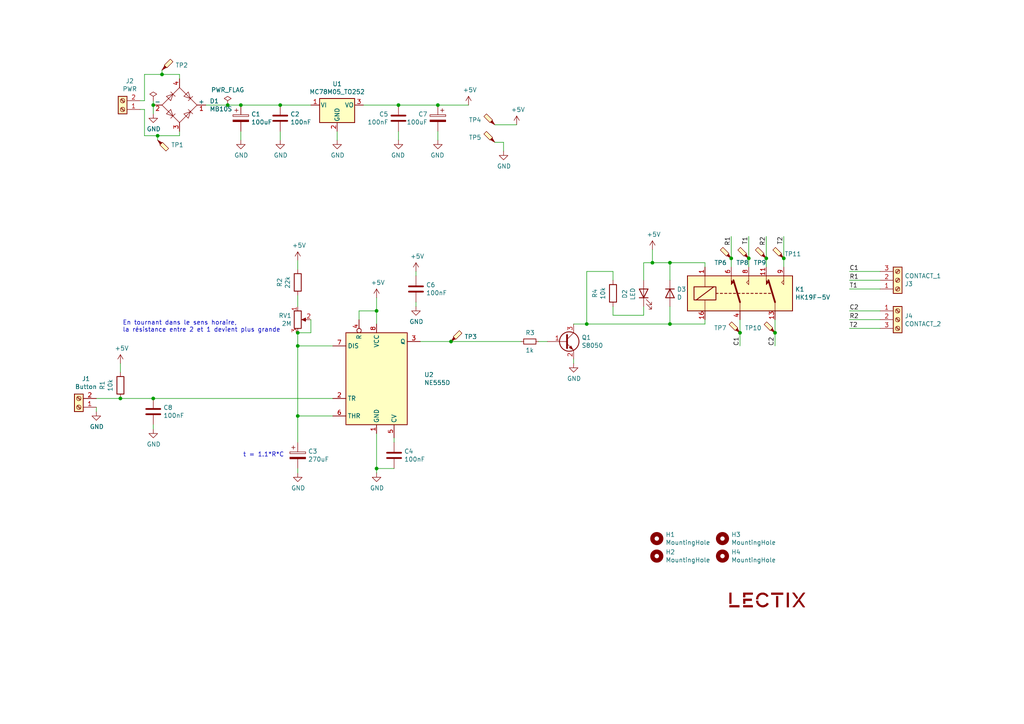
<source format=kicad_sch>
(kicad_sch (version 20211123) (generator eeschema)
  (paper "A4")
  (title_block (title " LEC011102-Relais-Temporise-10min") (date "2023-03-26") (rev "1.0") (company "LECTIX") (comment 1 "CERN-OHL-S-2.0 license"))
  (lib_symbols
    (symbol "0_connectors:Screw_Terminal_01x02_blue" (pin_names (offset 1.016) hide)
      (property "Reference" "J" (at 0 2.54 0))
      (symbol "Screw_Terminal_01x02_blue_1_1"
        (rectangle (start -1.27 1.27) (end 1.27 -3.81) (stroke (width 0.254)) (fill (type background)))
        (circle (center 0 -2.54) (radius 0.635) (stroke (width 0.1524)))
        (polyline (pts (xy -0.5334 -2.2098) (xy 0.3302 -3.048)) (stroke (width 0.1524)))
        (polyline (pts (xy -0.5334 0.3302) (xy 0.3302 -0.508)) (stroke (width 0.1524)))
        (polyline (pts (xy -0.3556 -2.032) (xy 0.508 -2.8702)) (stroke (width 0.1524)))
        (polyline (pts (xy -0.3556 0.508) (xy 0.508 -0.3302)) (stroke (width 0.1524)))
        (circle (center 0 0) (radius 0.635) (stroke (width 0.1524)))
        (pin passive line (at -5.08 0 0) (length 3.81) (name "Pin_1") (number "1"))
        (pin passive line (at -5.08 -2.54 0) (length 3.81) (name "Pin_2") (number "2"))
      )
    )
    (symbol "0_connectors:Screw_Terminal_01x02_green" (pin_names (offset 1.016) hide)
      (property "Reference" "J" (at 0 2.54 0))
      (symbol "Screw_Terminal_01x02_green_1_1"
        (rectangle (start -1.27 1.27) (end 1.27 -3.81) (stroke (width 0.254)) (fill (type background)))
        (circle (center 0 -2.54) (radius 0.635) (stroke (width 0.1524)))
        (polyline (pts (xy -0.5334 -2.2098) (xy 0.3302 -3.048)) (stroke (width 0.1524)))
        (polyline (pts (xy -0.5334 0.3302) (xy 0.3302 -0.508)) (stroke (width 0.1524)))
        (polyline (pts (xy -0.3556 -2.032) (xy 0.508 -2.8702)) (stroke (width 0.1524)))
        (polyline (pts (xy -0.3556 0.508) (xy 0.508 -0.3302)) (stroke (width 0.1524)))
        (circle (center 0 0) (radius 0.635) (stroke (width 0.1524)))
        (pin passive line (at -5.08 0 0) (length 3.81) (name "Pin_1") (number "1"))
        (pin passive line (at -5.08 -2.54 0) (length 3.81) (name "Pin_2") (number "2"))
      )
    )
    (symbol "0_connectors:Screw_Terminal_01x03_blue" (pin_names (offset 1.016) hide)
      (property "Reference" "J" (at 0 5.08 0))
      (symbol "Screw_Terminal_01x03_blue_1_1"
        (rectangle (start -1.27 3.81) (end 1.27 -3.81) (stroke (width 0.254)) (fill (type background)))
        (circle (center 0 -2.54) (radius 0.635) (stroke (width 0.1524)))
        (polyline (pts (xy -0.5334 -2.2098) (xy 0.3302 -3.048)) (stroke (width 0.1524)))
        (polyline (pts (xy -0.5334 0.3302) (xy 0.3302 -0.508)) (stroke (width 0.1524)))
        (polyline (pts (xy -0.5334 2.8702) (xy 0.3302 2.032)) (stroke (width 0.1524)))
        (polyline (pts (xy -0.3556 -2.032) (xy 0.508 -2.8702)) (stroke (width 0.1524)))
        (polyline (pts (xy -0.3556 0.508) (xy 0.508 -0.3302)) (stroke (width 0.1524)))
        (polyline (pts (xy -0.3556 3.048) (xy 0.508 2.2098)) (stroke (width 0.1524)))
        (circle (center 0 0) (radius 0.635) (stroke (width 0.1524)))
        (circle (center 0 2.54) (radius 0.635) (stroke (width 0.1524)))
        (pin passive line (at -5.08 2.54 0) (length 3.81) (name "Pin_1") (number "1"))
        (pin passive line (at -5.08 0 0) (length 3.81) (name "Pin_2") (number "2"))
        (pin passive line (at -5.08 -2.54 0) (length 3.81) (name "Pin_3") (number "3"))
      )
    )
    (symbol "0_diode_bridge:MB10S" (pin_names (offset 0))
      (property "Reference" "D" (at 2.54 6.985 0))
      (property "Value" "MB10S" (at 2.54 5.08 0))
      (property "JLCPCB_CORRECTION" "0;0;90" (at 0 0 0))
      (symbol "MB10S_0_1"
        (polyline (pts (xy -2.54 3.81) (xy -1.27 2.54)))
        (polyline (pts (xy -1.27 -2.54) (xy -2.54 -3.81)))
        (polyline (pts (xy 2.54 -1.27) (xy 3.81 -2.54)))
        (polyline (pts (xy 2.54 1.27) (xy 3.81 2.54)))
        (polyline (pts (xy -3.81 2.54) (xy -2.54 1.27) (xy -1.905 3.175) (xy -3.81 2.54)))
        (polyline (pts (xy -2.54 -1.27) (xy -3.81 -2.54) (xy -1.905 -3.175) (xy -2.54 -1.27)))
        (polyline (pts (xy 1.27 2.54) (xy 2.54 3.81) (xy 3.175 1.905) (xy 1.27 2.54)))
        (polyline (pts (xy 3.175 -1.905) (xy 1.27 -2.54) (xy 2.54 -3.81) (xy 3.175 -1.905)))
        (polyline (pts (xy -5.08 0) (xy 0 -5.08) (xy 5.08 0) (xy 0 5.08) (xy -5.08 0)))
      )
      (symbol "MB10S_1_1"
        (pin passive line (at 7.62 0 180) (length 2.54) (name "+") (number "1"))
        (pin passive line (at -7.62 0 0) (length 2.54) (name "-") (number "2"))
        (pin passive line (at 0 -7.62 90) (length 2.54) (name "~") (number "3"))
        (pin passive line (at 0 7.62 270) (length 2.54) (name "~") (number "4"))
      )
    )
    (symbol "0_ic:NE555D"
      (property "Reference" "U" (at -8.89 -15.24 0))
      (property "Value" "NE555D" (at -3.81 0 0))
      (symbol "NE555D_0_0"
        (pin power_in line (at 0 -16.51 90) (length 2.54) (name "GND") (number "1"))
        (pin power_in line (at 0 15.24 270) (length 2.54) (name "VCC") (number "8"))
      )
      (symbol "NE555D_0_1"
        (rectangle (start -8.89 -13.97) (end 8.89 12.7) (stroke (width 0.254)) (fill (type background)))
      )
      (symbol "NE555D_1_1"
        (pin input line (at -12.7 -6.35 0) (length 3.81) (name "TR") (number "2"))
        (pin output line (at 12.7 10.16 180) (length 3.81) (name "Q") (number "3"))
        (pin input inverted (at -5.08 16.51 270) (length 3.81) (name "R") (number "4"))
        (pin input line (at 5.08 -17.78 90) (length 3.81) (name "CV") (number "5"))
        (pin input line (at -12.7 -11.43 0) (length 3.81) (name "THR") (number "6"))
        (pin input line (at -12.7 8.89 0) (length 3.81) (name "DIS") (number "7"))
      )
    )
    (symbol "0_logos:logo_lectix_25mm" (pin_names (offset 1.016))
      (symbol "logo_lectix_25mm_0_0"
        (polyline (pts (xy -10.1092 2.0574) (xy -10.668 2.0574) (xy -10.668 -1.1176) (xy -10.1092 -1.1176) (xy -10.1092 2.0574)) (stroke (width 0.0254)) (fill (type outline)))
        (polyline (pts (xy -7.7978 -1.5748) (xy -10.668 -1.5748) (xy -10.668 -2.1336) (xy -7.7978 -2.1336) (xy -7.7978 -1.5748)) (stroke (width 0.0254)) (fill (type outline)))
        (polyline (pts (xy -3.937 -1.5748) (xy -6.6548 -1.5748) (xy -6.6548 -2.1336) (xy -3.937 -2.1336) (xy -3.937 -1.5748)) (stroke (width 0.0254)) (fill (type outline)))
        (polyline (pts (xy 3.429 1.0922) (xy 2.8702 1.0922) (xy 2.8702 -2.1082) (xy 3.429 -2.1082) (xy 3.429 1.0922)) (stroke (width 0.0254)) (fill (type outline)))
        (polyline (pts (xy 4.8768 2.0828) (xy 1.4478 2.0828) (xy 1.4478 1.524) (xy 4.8768 1.524) (xy 4.8768 2.0828)) (stroke (width 0.0254)) (fill (type outline)))
        (polyline (pts (xy 6.5278 2.0828) (xy 5.9944 2.0828) (xy 5.9944 -2.1082) (xy 6.5278 -2.1082) (xy 6.5278 2.0828)) (stroke (width 0.0254)) (fill (type outline)))
        (polyline (pts (xy -6.1214 -0.254) (xy -4.2164 -0.254) (xy -4.2164 0.3048) (xy -6.6548 0.3048) (xy -6.6548 -1.1176) (xy -6.1214 -1.1176) (xy -6.1214 -0.254)) (stroke (width 0.0254)) (fill (type outline)))
        (polyline (pts (xy -6.1214 1.5494) (xy -3.937 1.5494) (xy -3.937 2.0828) (xy -6.6802 2.0828) (xy -6.6802 0.762) (xy -6.1214 0.762) (xy -6.1214 1.5494)) (stroke (width 0.0254)) (fill (type outline)))
        (polyline (pts (xy 8.9916 0.381) (xy 9.017 0.4318) (xy 9.0424 0.4572) (xy 9.0678 0.508) (xy 9.0932 0.5334) (xy 9.1186 0.5842) (xy 9.144 0.6096) (xy 9.144 0.635) (xy 9.1694 0.635) (xy 9.1694 0.6604) (xy 9.1186 0.7112) (xy 9.0678 0.8128) (xy 9.017 0.8636) (xy 8.9916 0.9144) (xy 8.9408 0.9906) (xy 8.89 1.0414) (xy 8.8392 1.1176) (xy 8.763 1.1938) (xy 8.7122 1.2954) (xy 8.6614 1.3716) (xy 8.128 2.0828) (xy 7.5692 2.0828) (xy 7.5692 2.0574) (xy 7.5946 2.0574) (xy 7.5946 2.032) (xy 7.6454 1.9812) (xy 7.6708 1.9304) (xy 7.7216 1.8796) (xy 7.747 1.8034) (xy 7.7978 1.7526) (xy 7.8994 1.6002) (xy 7.9756 1.524) (xy 8.0264 1.4478) (xy 8.1026 1.3462) (xy 8.1534 1.2446) (xy 8.2296 1.1684) (xy 8.255 1.1176) (xy 8.3312 1.0414) (xy 8.382 0.9398) (xy 8.4582 0.8636) (xy 8.509 0.762) (xy 8.5598 0.6858) (xy 8.6868 0.5588) (xy 8.7122 0.4826) (xy 8.763 0.4318) (xy 8.7884 0.381) (xy 8.8392 0.3556) (xy 8.8646 0.3048) (xy 8.8646 0.2794) (xy 8.89 0.2794) (xy 8.9916 0.381)) (stroke (width 0.0254)) (fill (type outline)))
        (polyline (pts (xy -2.3622 0.2794) (xy -2.3368 0.381) (xy -2.3368 0.508) (xy -2.3114 0.6096) (xy -2.286 0.6858) (xy -2.2352 0.8128) (xy -2.1844 0.9144) (xy -2.032 1.1176) (xy -1.9304 1.1938) (xy -1.8542 1.2954) (xy -1.7526 1.3462) (xy -1.6256 1.4224) (xy -1.524 1.4732) (xy -1.397 1.524) (xy -1.27 1.5494) (xy -0.8636 1.5494) (xy -0.762 1.524) (xy -0.635 1.4986) (xy -0.5334 1.4478) (xy -0.4064 1.397) (xy -0.3048 1.3462) (xy -0.2032 1.27) (xy -0.0508 1.1176) (xy 0.0508 0.9652) (xy 0.1016 0.9144) (xy 0.1016 0.889) (xy 0.127 0.8636) (xy 0.1778 0.8636) (xy 0.2286 0.9144) (xy 0.2794 0.9398) (xy 0.3048 0.9652) (xy 0.4064 1.016) (xy 0.4318 1.0414) (xy 0.4826 1.0668) (xy 0.5334 1.1176) (xy 0.5588 1.1176) (xy 0.5842 1.143) (xy 0.5842 1.1684) (xy 0.5588 1.1938) (xy 0.5588 1.2192) (xy 0.5334 1.2192) (xy 0.4572 1.3462) (xy 0.3556 1.4478) (xy 0.254 1.5748) (xy 0.1524 1.6764) (xy -0.2286 1.905) (xy -0.5334 2.0066) (xy -0.6604 2.0574) (xy -0.8128 2.0828) (xy -1.27 2.0828) (xy -1.3208 2.0574) (xy -1.4478 2.032) (xy -1.6002 2.0066) (xy -1.7272 1.9558) (xy -1.8034 1.9304) (xy -1.9558 1.8542) (xy -2.0828 1.778) (xy -2.1844 1.7018) (xy -2.3114 1.6002) (xy -2.413 1.4986) (xy -2.5146 1.3716) (xy -2.5908 1.27) (xy -2.7432 1.016) (xy -2.794 0.8636) (xy -2.8448 0.7366) (xy -2.8702 0.5842) (xy -2.8956 0.4572) (xy -2.8956 0.3048) (xy -2.921 0.1778) (xy -2.3622 0.1778) (xy -2.3622 0.2794)) (stroke (width 0.0254)) (fill (type outline)))
        (polyline (pts (xy -0.8636 -2.1082) (xy -0.6604 -2.1082) (xy -0.6096 -2.0828) (xy -0.4826 -2.0574) (xy -0.1778 -1.9558) (xy 0.0762 -1.8034) (xy 0.2032 -1.7018) (xy 0.3048 -1.6002) (xy 0.4318 -1.4986) (xy 0.5334 -1.3716) (xy 0.6096 -1.2446) (xy 0.635 -1.1938) (xy 0.6858 -1.143) (xy 0.6604 -1.1176) (xy 0.635 -1.1176) (xy 0.6096 -1.0922) (xy 0.5842 -1.0922) (xy 0.5588 -1.0668) (xy 0.3556 -0.9652) (xy 0.3302 -0.9398) (xy 0.2794 -0.9398) (xy 0.254 -0.9144) (xy 0.2032 -0.889) (xy 0.1778 -0.889) (xy 0.1778 -0.8636) (xy 0.1524 -0.889) (xy 0.1524 -0.9144) (xy 0.127 -0.9652) (xy -0.0254 -1.1684) (xy -0.3302 -1.397) (xy -0.4318 -1.4478) (xy -0.6858 -1.5494) (xy -0.7874 -1.5748) (xy -0.8382 -1.5748) (xy -0.9144 -1.6002) (xy -1.1684 -1.6002) (xy -1.27 -1.5748) (xy -1.397 -1.5494) (xy -1.651 -1.4478) (xy -1.7526 -1.3716) (xy -1.8542 -1.3208) (xy -1.8542 -1.2954) (xy -1.9558 -1.2192) (xy -2.0574 -1.1176) (xy -2.1336 -1.016) (xy -2.1844 -0.9144) (xy -2.2606 -0.8128) (xy -2.286 -0.6858) (xy -2.3368 -0.5588) (xy -2.3622 -0.4572) (xy -2.3622 -0.254) (xy -2.921 -0.254) (xy -2.921 -0.4318) (xy -2.8956 -0.4572) (xy -2.8956 -0.6096) (xy -2.8448 -0.762) (xy -2.794 -0.889) (xy -2.7432 -1.0414) (xy -2.5908 -1.2954) (xy -2.3876 -1.5494) (xy -2.3368 -1.5748) (xy -2.286 -1.651) (xy -2.2098 -1.7018) (xy -2.159 -1.7526) (xy -2.0828 -1.8034) (xy -2.0574 -1.8034) (xy -1.8034 -1.9558) (xy -1.651 -2.0066) (xy -1.524 -2.0574) (xy -1.3716 -2.0828) (xy -1.2446 -2.1082) (xy -1.1938 -2.1082) (xy -1.1684 -2.1336) (xy -0.9144 -2.1336) (xy -0.8636 -2.1082)) (stroke (width 0.0254)) (fill (type outline)))
        (polyline (pts (xy 11.2014 -2.0574) (xy 11.1506 -2.0066) (xy 11.1252 -1.9558) (xy 11.0236 -1.8542) (xy 10.8204 -1.5494) (xy 10.7442 -1.4478) (xy 10.6934 -1.3716) (xy 10.4648 -1.0668) (xy 10.4394 -1.016) (xy 10.287 -0.8128) (xy 10.2362 -0.7366) (xy 10.16 -0.635) (xy 10.1092 -0.5588) (xy 10.033 -0.4826) (xy 9.8806 -0.254) (xy 9.8552 -0.2032) (xy 9.8044 -0.1524) (xy 9.779 -0.1016) (xy 9.7536 -0.0762) (xy 9.7536 -0.0508) (xy 9.7282 -0.0508) (xy 9.7282 -0.0254) (xy 9.779 0.0254) (xy 9.8044 0.0762) (xy 9.8298 0.1016) (xy 9.8806 0.1778) (xy 9.906 0.2286) (xy 9.9568 0.3048) (xy 10.033 0.381) (xy 10.1346 0.5334) (xy 10.2108 0.6096) (xy 10.2616 0.7112) (xy 10.4902 1.016) (xy 11.2522 2.0574) (xy 10.668 2.0574) (xy 10.668 2.032) (xy 10.6426 2.0066) (xy 10.5918 1.905) (xy 10.4902 1.8034) (xy 10.3886 1.651) (xy 10.3124 1.5748) (xy 10.2616 1.4732) (xy 10.033 1.1684) (xy 9.9314 1.0414) (xy 9.8552 0.9398) (xy 9.7536 0.8128) (xy 9.6774 0.6858) (xy 9.5758 0.5334) (xy 9.4742 0.4064) (xy 9.3726 0.254) (xy 9.271 0.127) (xy 9.1694 -0.0254) (xy 7.6454 -2.0828) (xy 8.2296 -2.0828) (xy 8.255 -2.0574) (xy 8.255 -2.032) (xy 8.3058 -1.9812) (xy 8.3312 -1.9304) (xy 8.382 -1.8796) (xy 8.4074 -1.8288) (xy 8.5598 -1.6002) (xy 8.636 -1.524) (xy 8.6868 -1.4478) (xy 8.763 -1.3462) (xy 8.8392 -1.27) (xy 8.89 -1.1938) (xy 8.9408 -1.0922) (xy 9.017 -1.016) (xy 9.2202 -0.7112) (xy 9.3218 -0.6096) (xy 9.3726 -0.508) (xy 9.4234 -0.4572) (xy 9.4234 -0.4318) (xy 9.4488 -0.4318) (xy 9.4488 -0.4572) (xy 9.525 -0.5334) (xy 9.5504 -0.5842) (xy 9.6012 -0.635) (xy 9.6266 -0.7112) (xy 9.6774 -0.762) (xy 9.779 -0.9144) (xy 9.8552 -0.9906) (xy 9.906 -1.0922) (xy 9.9822 -1.1684) (xy 10.033 -1.27) (xy 10.6426 -2.1082) (xy 11.2014 -2.1082) (xy 11.2014 -2.0574)) (stroke (width 0.0254)) (fill (type outline)))
      )
    )
    (symbol "0_potentiometer:pot_tht_precision_2M" (pin_names (offset 1.016) hide)
      (property "Reference" "RV" (at -4.445 0 90))
      (property "Value" "pot_tht_precision_2M" (at -2.54 0 90))
      (symbol "pot_tht_precision_2M_0_1"
        (polyline (pts (xy 2.54 0) (xy 1.524 0)))
        (polyline (pts (xy 1.143 0) (xy 2.286 0.508) (xy 2.286 -0.508) (xy 1.143 0)) (fill (type outline)))
        (rectangle (start 1.016 2.54) (end -1.016 -2.54) (stroke (width 0.254)))
      )
      (symbol "pot_tht_precision_2M_1_1"
        (pin passive line (at 0 3.81 270) (length 1.27) (name "1") (number "1"))
        (pin passive line (at 3.81 0 180) (length 1.27) (name "2") (number "2"))
        (pin passive line (at 0 -3.81 90) (length 1.27) (name "3") (number "3"))
      )
    )
    (symbol "0_relays:HK19F-5V" (pin_names (offset 1.016))
      (property "Reference" "K" (at 16.51 3.81 0))
      (property "Value" "0_relays_HK19F-5V" (at 16.51 1.27 0))
      (symbol "HK19F-5V_0_1"
        (rectangle (start -15.24 5.08) (end 15.24 -5.08) (stroke (width 0.254)) (fill (type background)))
        (rectangle (start -13.335 1.905) (end -6.985 -1.905) (stroke (width 0.254)))
        (polyline (pts (xy -12.7 -1.905) (xy -7.62 1.905)) (stroke (width 0.254)))
        (polyline (pts (xy -10.16 -5.08) (xy -10.16 -1.905)))
        (polyline (pts (xy -10.16 5.08) (xy -10.16 1.905)))
        (polyline (pts (xy -6.985 0) (xy -6.35 0)) (stroke (width 0.254)))
        (polyline (pts (xy -5.715 0) (xy -5.08 0)) (stroke (width 0.254)))
        (polyline (pts (xy -4.445 0) (xy -3.81 0)) (stroke (width 0.254)))
        (polyline (pts (xy -3.175 0) (xy -2.54 0)) (stroke (width 0.254)))
        (polyline (pts (xy -2.54 2.54) (xy -2.54 5.08)))
        (polyline (pts (xy -1.905 0) (xy -1.27 0)) (stroke (width 0.254)))
        (polyline (pts (xy -0.635 0) (xy 0 0)) (stroke (width 0.254)))
        (polyline (pts (xy 0 -2.54) (xy -1.905 3.81)) (stroke (width 0.508)))
        (polyline (pts (xy 0 -2.54) (xy 0 -5.08)))
        (polyline (pts (xy 0.635 0) (xy 1.27 0)) (stroke (width 0.254)))
        (polyline (pts (xy 1.905 0) (xy 2.54 0)) (stroke (width 0.254)))
        (polyline (pts (xy 2.54 2.54) (xy 2.54 5.08)))
        (polyline (pts (xy 3.175 0) (xy 3.81 0)) (stroke (width 0.254)))
        (polyline (pts (xy 4.445 0) (xy 5.08 0)) (stroke (width 0.254)))
        (polyline (pts (xy 5.715 0) (xy 6.35 0)) (stroke (width 0.254)))
        (polyline (pts (xy 6.985 0) (xy 7.62 0)) (stroke (width 0.254)))
        (polyline (pts (xy 7.62 2.54) (xy 7.62 5.08)))
        (polyline (pts (xy 8.255 0) (xy 8.89 0)) (stroke (width 0.254)))
        (polyline (pts (xy 10.16 -2.54) (xy 8.255 3.81)) (stroke (width 0.508)))
        (polyline (pts (xy 10.16 -2.54) (xy 10.16 -5.08)))
        (polyline (pts (xy 12.7 2.54) (xy 12.7 5.08)))
        (polyline (pts (xy -2.54 2.54) (xy -1.905 3.175) (xy -2.54 3.81)) (fill (type outline)))
        (polyline (pts (xy 2.54 2.54) (xy 1.905 3.175) (xy 2.54 3.81)))
        (polyline (pts (xy 7.62 2.54) (xy 8.255 3.175) (xy 7.62 3.81)) (fill (type outline)))
        (polyline (pts (xy 12.7 2.54) (xy 12.065 3.175) (xy 12.7 3.81)))
      )
      (symbol "HK19F-5V_1_1"
        (pin passive line (at -10.16 7.62 270) (length 2.54) (name "~") (number "1"))
        (pin passive line (at 7.62 7.62 270) (length 2.54) (name "~") (number "11"))
        (pin passive line (at 10.16 -7.62 90) (length 2.54) (name "~") (number "13"))
        (pin passive line (at -10.16 -7.62 90) (length 2.54) (name "~") (number "16"))
        (pin passive line (at 0 -7.62 90) (length 2.54) (name "~") (number "4"))
        (pin passive line (at -2.54 7.62 270) (length 2.54) (name "~") (number "6"))
        (pin passive line (at 2.54 7.62 270) (length 2.54) (name "~") (number "8"))
        (pin passive line (at 12.7 7.62 270) (length 2.54) (name "~") (number "9"))
      )
    )
    (symbol "Connector:TestPoint_Probe" (pin_numbers hide) (pin_names (offset 0.762) hide)
      (property "Reference" "TP" (at 1.651 5.842 0))
      (property "Value" "TestPoint_Probe" (at 1.651 4.064 0))
      (symbol "TestPoint_Probe_0_1"
        (polyline (pts (xy 1.27 0.762) (xy 0 0) (xy 0.762 1.27) (xy 1.27 0.762)) (fill (type outline)))
        (polyline (pts (xy 1.397 0.635) (xy 0.635 1.397) (xy 2.413 3.175) (xy 3.175 2.413) (xy 1.397 0.635)) (fill (type background)))
      )
      (symbol "TestPoint_Probe_1_1"
        (pin passive line (at 0 0 90) (length 0) (name "1") (number "1"))
      )
    )
    (symbol "Device:C" (pin_numbers hide) (pin_names (offset 0.254))
      (property "Reference" "C" (at 0.635 2.54 0))
      (property "Value" "C" (at 0.635 -2.54 0))
      (symbol "C_0_1"
        (polyline (pts (xy -2.032 -0.762) (xy 2.032 -0.762)) (stroke (width 0.508)))
        (polyline (pts (xy -2.032 0.762) (xy 2.032 0.762)) (stroke (width 0.508)))
      )
      (symbol "C_1_1"
        (pin passive line (at 0 3.81 270) (length 2.794) (name "~") (number "1"))
        (pin passive line (at 0 -3.81 90) (length 2.794) (name "~") (number "2"))
      )
    )
    (symbol "Device:CP" (pin_numbers hide) (pin_names (offset 0.254))
      (property "Reference" "C" (at 0.635 2.54 0))
      (property "Value" "Device_CP" (at 0.635 -2.54 0))
      (symbol "CP_0_1"
        (rectangle (start -2.286 0.508) (end 2.286 1.016))
        (polyline (pts (xy -1.778 2.286) (xy -0.762 2.286)))
        (polyline (pts (xy -1.27 2.794) (xy -1.27 1.778)))
        (rectangle (start 2.286 -0.508) (end -2.286 -1.016) (fill (type outline)))
      )
      (symbol "CP_1_1"
        (pin passive line (at 0 3.81 270) (length 2.794) (name "~") (number "1"))
        (pin passive line (at 0 -3.81 90) (length 2.794) (name "~") (number "2"))
      )
    )
    (symbol "Device:D" (pin_numbers hide) (pin_names (offset 1.016) hide)
      (property "Reference" "D" (at 0 2.54 0))
      (property "Value" "D" (at 0 -2.54 0))
      (symbol "D_0_1"
        (polyline (pts (xy -1.27 1.27) (xy -1.27 -1.27)) (stroke (width 0.254)))
        (polyline (pts (xy 1.27 0) (xy -1.27 0)))
        (polyline (pts (xy 1.27 1.27) (xy 1.27 -1.27) (xy -1.27 0) (xy 1.27 1.27)) (stroke (width 0.254)))
      )
      (symbol "D_1_1"
        (pin passive line (at -3.81 0 0) (length 2.54) (name "K") (number "1"))
        (pin passive line (at 3.81 0 180) (length 2.54) (name "A") (number "2"))
      )
    )
    (symbol "Device:LED" (pin_numbers hide) (pin_names (offset 1.016) hide)
      (property "Reference" "D" (at 0 2.54 0))
      (property "Value" "LED" (at 0 -2.54 0))
      (symbol "LED_0_1"
        (polyline (pts (xy -1.27 -1.27) (xy -1.27 1.27)) (stroke (width 0.254)))
        (polyline (pts (xy -1.27 0) (xy 1.27 0)))
        (polyline (pts (xy 1.27 -1.27) (xy 1.27 1.27) (xy -1.27 0) (xy 1.27 -1.27)) (stroke (width 0.254)))
        (polyline (pts (xy -3.048 -0.762) (xy -4.572 -2.286) (xy -3.81 -2.286) (xy -4.572 -2.286) (xy -4.572 -1.524)))
        (polyline (pts (xy -1.778 -0.762) (xy -3.302 -2.286) (xy -2.54 -2.286) (xy -3.302 -2.286) (xy -3.302 -1.524)))
      )
      (symbol "LED_1_1"
        (pin passive line (at -3.81 0 0) (length 2.54) (name "K") (number "1"))
        (pin passive line (at 3.81 0 180) (length 2.54) (name "A") (number "2"))
      )
    )
    (symbol "Device:R" (pin_numbers hide) (pin_names (offset 0))
      (property "Reference" "R" (at 2.032 0 90))
      (property "Value" "R" (at 0 0 90))
      (symbol "R_0_1"
        (rectangle (start -1.016 -2.54) (end 1.016 2.54) (stroke (width 0.254)))
      )
      (symbol "R_1_1"
        (pin passive line (at 0 3.81 270) (length 1.27) (name "~") (number "1"))
        (pin passive line (at 0 -3.81 90) (length 1.27) (name "~") (number "2"))
      )
    )
    (symbol "Device:R_Small" (pin_numbers hide) (pin_names (offset 0.254) hide)
      (property "Reference" "R" (at 0.762 0.508 0))
      (property "Value" "R_Small" (at 0.762 -1.016 0))
      (symbol "R_Small_0_1"
        (rectangle (start -0.762 1.778) (end 0.762 -1.778) (stroke (width 0.2032)))
      )
      (symbol "R_Small_1_1"
        (pin passive line (at 0 2.54 270) (length 0.762) (name "~") (number "1"))
        (pin passive line (at 0 -2.54 90) (length 0.762) (name "~") (number "2"))
      )
    )
    (symbol "Mechanical:MountingHole" (pin_names (offset 1.016))
      (property "Reference" "H" (at 0 5.08 0))
      (property "Value" "MountingHole" (at 0 3.175 0))
      (symbol "MountingHole_0_1"
        (circle (center 0 0) (radius 1.27) (stroke (width 1.27)))
      )
    )
    (symbol "Regulator_Linear:MC78M05_TO252" (pin_names (offset 0.254))
      (property "Reference" "U" (at -3.81 3.175 0))
      (property "Value" "MC78M05_TO252" (at 0 3.175 0))
      (symbol "MC78M05_TO252_0_1"
        (rectangle (start -5.08 1.905) (end 5.08 -5.08) (stroke (width 0.254)) (fill (type background)))
      )
      (symbol "MC78M05_TO252_1_1"
        (pin power_in line (at -7.62 0 0) (length 2.54) (name "VI") (number "1"))
        (pin power_in line (at 0 -7.62 90) (length 2.54) (name "GND") (number "2"))
        (pin power_out line (at 7.62 0 180) (length 2.54) (name "VO") (number "3"))
      )
    )
    (symbol "Screw_Terminal_01x03_blue_1" (pin_names (offset 1.016) hide)
      (property "Reference" "J" (at 0 5.08 0))
      (symbol "Screw_Terminal_01x03_blue_1_1_1"
        (rectangle (start -1.27 3.81) (end 1.27 -3.81) (stroke (width 0.254)) (fill (type background)))
        (circle (center 0 -2.54) (radius 0.635) (stroke (width 0.1524)))
        (polyline (pts (xy -0.5334 -2.2098) (xy 0.3302 -3.048)) (stroke (width 0.1524)))
        (polyline (pts (xy -0.5334 0.3302) (xy 0.3302 -0.508)) (stroke (width 0.1524)))
        (polyline (pts (xy -0.5334 2.8702) (xy 0.3302 2.032)) (stroke (width 0.1524)))
        (polyline (pts (xy -0.3556 -2.032) (xy 0.508 -2.8702)) (stroke (width 0.1524)))
        (polyline (pts (xy -0.3556 0.508) (xy 0.508 -0.3302)) (stroke (width 0.1524)))
        (polyline (pts (xy -0.3556 3.048) (xy 0.508 2.2098)) (stroke (width 0.1524)))
        (circle (center 0 0) (radius 0.635) (stroke (width 0.1524)))
        (circle (center 0 2.54) (radius 0.635) (stroke (width 0.1524)))
        (pin passive line (at -5.08 2.54 0) (length 3.81) (name "Pin_1") (number "1"))
        (pin passive line (at -5.08 0 0) (length 3.81) (name "Pin_2") (number "2"))
        (pin passive line (at -5.08 -2.54 0) (length 3.81) (name "Pin_3") (number "3"))
      )
    )
    (symbol "Transistor_BJT:BC817" (pin_names (offset 0) hide)
      (property "Reference" "Q" (at 5.08 1.905 0))
      (property "Value" "BC817" (at 5.08 0 0))
      (symbol "BC817_0_1"
        (polyline (pts (xy 0.635 0.635) (xy 2.54 2.54)))
        (polyline (pts (xy 0.635 -0.635) (xy 2.54 -2.54) (xy 2.54 -2.54)))
        (polyline (pts (xy 0.635 1.905) (xy 0.635 -1.905) (xy 0.635 -1.905)) (stroke (width 0.508)))
        (polyline (pts (xy 1.27 -1.778) (xy 1.778 -1.27) (xy 2.286 -2.286) (xy 1.27 -1.778) (xy 1.27 -1.778)) (fill (type outline)))
        (circle (center 1.27 0) (radius 2.8194) (stroke (width 0.254)))
      )
      (symbol "BC817_1_1"
        (pin input line (at -5.08 0 0) (length 5.715) (name "B") (number "1"))
        (pin passive line (at 2.54 -5.08 90) (length 2.54) (name "E") (number "2"))
        (pin passive line (at 2.54 5.08 270) (length 2.54) (name "C") (number "3"))
      )
    )
    (symbol "power:+5V" (power) (pin_names (offset 0))
      (property "Value" "+5V" (at 0 3.556 0))
      (symbol "+5V_0_1"
        (polyline (pts (xy -0.762 1.27) (xy 0 2.54)))
        (polyline (pts (xy 0 0) (xy 0 2.54)))
        (polyline (pts (xy 0 2.54) (xy 0.762 1.27)))
      )
      (symbol "+5V_1_1"
        (pin power_in line (at 0 0 90) (length 0) hide (name "+5V") (number "1"))
      )
    )
    (symbol "power:GND" (power) (pin_names (offset 0))
      (property "Value" "GND" (at 0 -3.81 0))
      (symbol "GND_0_1"
        (polyline (pts (xy 0 0) (xy 0 -1.27) (xy 1.27 -1.27) (xy 0 -2.54) (xy -1.27 -1.27) (xy 0 -1.27)))
      )
      (symbol "GND_1_1"
        (pin power_in line (at 0 0 270) (length 0) hide (name "GND") (number "1"))
      )
    )
    (symbol "power:PWR_FLAG" (power) (pin_numbers hide) (pin_names (offset 0) hide)
      (property "Value" "PWR_FLAG" (at 0 3.81 0))
      (symbol "PWR_FLAG_0_0"
        (pin power_out line (at 0 0 90) (length 0) (name "pwr") (number "1"))
      )
      (symbol "PWR_FLAG_0_1"
        (polyline (pts (xy 0 0) (xy 0 1.27) (xy -1.016 1.905) (xy 0 2.54) (xy 1.016 1.905) (xy 0 1.27)))
      )
    )
  )
  (junction (at 212.09 74.93))
  (junction (at 86.36 96.52))
  (junction (at 214.63 96.52))
  (junction (at 46.99 21.59))
  (junction (at 194.31 93.98))
  (junction (at 115.57 30.48))
  (junction (at 69.85 30.48))
  (junction (at 86.36 120.65))
  (junction (at 86.36 100.33))
  (junction (at 227.33 74.93))
  (junction (at 44.45 30.48))
  (junction (at 34.925 115.57))
  (junction (at 109.22 90.17))
  (junction (at 224.79 96.52))
  (junction (at 189.23 76.2))
  (junction (at 109.22 135.89))
  (junction (at 170.18 93.98))
  (junction (at 45.72 39.37))
  (junction (at 81.28 30.48))
  (junction (at 194.31 76.2))
  (junction (at 66.04 30.48))
  (junction (at 44.45 115.57))
  (junction (at 130.81 99.06))
  (junction (at 222.25 74.93))
  (junction (at 217.17 74.93))
  (junction (at 127 30.48))
  (wire (pts (xy 255.27 90.17) (xy 246.38 90.17)))
  (wire (pts (xy 255.27 83.82) (xy 246.38 83.82)))
  (wire (pts (xy 86.36 100.33) (xy 96.52 100.33)))
  (wire (pts (xy 170.18 93.98) (xy 194.31 93.98)))
  (wire (pts (xy 34.925 107.95) (xy 34.925 105.41)))
  (wire (pts (xy 52.07 21.59) (xy 46.99 21.59)))
  (wire (pts (xy 45.72 39.37) (xy 52.07 39.37)))
  (wire (pts (xy 41.91 21.59) (xy 41.91 29.21)))
  (wire (pts (xy 40.64 31.75) (xy 41.91 31.75)))
  (wire (pts (xy 34.925 115.57) (xy 44.45 115.57)))
  (wire (pts (xy 86.36 100.33) (xy 86.36 120.65)))
  (wire (pts (xy 115.57 38.1) (xy 115.57 40.64)))
  (wire (pts (xy 170.18 78.74) (xy 170.18 93.98)))
  (wire (pts (xy 109.22 86.36) (xy 109.22 90.17)))
  (wire (pts (xy 189.23 76.2) (xy 186.69 76.2)))
  (wire (pts (xy 255.27 92.71) (xy 246.38 92.71)))
  (wire (pts (xy 177.8 91.44) (xy 177.8 88.9)))
  (wire (pts (xy 127 38.1) (xy 127 40.64)))
  (wire (pts (xy 109.22 135.89) (xy 109.22 125.73)))
  (wire (pts (xy 90.17 30.48) (xy 81.28 30.48)))
  (wire (pts (xy 166.37 104.14) (xy 166.37 105.41)))
  (wire (pts (xy 143.51 36.195) (xy 149.86 36.195)))
  (wire (pts (xy 194.31 81.28) (xy 194.31 76.2)))
  (wire (pts (xy 41.91 39.37) (xy 45.72 39.37)))
  (wire (pts (xy 105.41 30.48) (xy 115.57 30.48)))
  (wire (pts (xy 177.8 81.28) (xy 177.8 78.74)))
  (wire (pts (xy 86.36 96.52) (xy 90.17 96.52)))
  (wire (pts (xy 214.63 92.71) (xy 214.63 96.52)))
  (wire (pts (xy 69.85 30.48) (xy 66.04 30.48)))
  (wire (pts (xy 227.33 77.47) (xy 227.33 74.93)))
  (wire (pts (xy 224.79 96.52) (xy 224.79 100.33)))
  (wire (pts (xy 45.72 40.64) (xy 45.72 39.37)))
  (wire (pts (xy 81.28 30.48) (xy 69.85 30.48)))
  (wire (pts (xy 46.99 21.59) (xy 46.99 20.32)))
  (wire (pts (xy 222.25 74.93) (xy 222.25 68.58)))
  (wire (pts (xy 69.85 38.1) (xy 69.85 40.64)))
  (wire (pts (xy 120.65 78.74) (xy 120.65 80.01)))
  (wire (pts (xy 224.79 92.71) (xy 224.79 96.52)))
  (wire (pts (xy 86.36 88.9) (xy 86.36 85.725)))
  (wire (pts (xy 46.99 21.59) (xy 41.91 21.59)))
  (wire (pts (xy 194.31 76.2) (xy 189.23 76.2)))
  (wire (pts (xy 114.3 135.89) (xy 109.22 135.89)))
  (wire (pts (xy 104.14 92.71) (xy 104.14 90.17)))
  (wire (pts (xy 86.36 78.105) (xy 86.36 75.565)))
  (wire (pts (xy 44.45 115.57) (xy 96.52 115.57)))
  (wire (pts (xy 27.94 115.57) (xy 34.925 115.57)))
  (wire (pts (xy 86.36 120.65) (xy 96.52 120.65)))
  (wire (pts (xy 189.23 72.39) (xy 189.23 76.2)))
  (wire (pts (xy 217.17 74.93) (xy 217.17 68.58)))
  (wire (pts (xy 86.36 96.52) (xy 86.36 100.33)))
  (wire (pts (xy 86.36 128.27) (xy 86.36 120.65)))
  (wire (pts (xy 41.91 29.21) (xy 40.64 29.21)))
  (wire (pts (xy 212.09 74.93) (xy 212.09 68.58)))
  (wire (pts (xy 156.21 99.06) (xy 158.75 99.06)))
  (wire (pts (xy 204.47 76.2) (xy 194.31 76.2)))
  (wire (pts (xy 27.94 118.11) (xy 27.94 119.38)))
  (wire (pts (xy 44.45 123.19) (xy 44.45 124.46)))
  (wire (pts (xy 222.25 77.47) (xy 222.25 74.93)))
  (wire (pts (xy 109.22 135.89) (xy 109.22 137.16)))
  (wire (pts (xy 186.69 76.2) (xy 186.69 81.28)))
  (wire (pts (xy 44.45 30.48) (xy 44.45 33.02)))
  (wire (pts (xy 214.63 96.52) (xy 214.63 100.33)))
  (wire (pts (xy 52.07 22.86) (xy 52.07 21.59)))
  (wire (pts (xy 217.17 77.47) (xy 217.17 74.93)))
  (wire (pts (xy 204.47 93.98) (xy 204.47 92.71)))
  (wire (pts (xy 186.69 91.44) (xy 177.8 91.44)))
  (wire (pts (xy 146.05 43.815) (xy 146.05 41.275)))
  (wire (pts (xy 104.14 90.17) (xy 109.22 90.17)))
  (wire (pts (xy 255.27 95.25) (xy 246.38 95.25)))
  (wire (pts (xy 114.3 128.27) (xy 114.3 127)))
  (wire (pts (xy 52.07 39.37) (xy 52.07 38.1)))
  (wire (pts (xy 255.27 81.28) (xy 246.38 81.28)))
  (wire (pts (xy 227.33 74.93) (xy 227.33 68.58)))
  (wire (pts (xy 97.79 40.64) (xy 97.79 38.1)))
  (wire (pts (xy 186.69 88.9) (xy 186.69 91.44)))
  (wire (pts (xy 194.31 88.9) (xy 194.31 93.98)))
  (wire (pts (xy 177.8 78.74) (xy 170.18 78.74)))
  (wire (pts (xy 120.65 87.63) (xy 120.65 88.9)))
  (wire (pts (xy 109.22 90.17) (xy 109.22 93.98)))
  (wire (pts (xy 194.31 93.98) (xy 204.47 93.98)))
  (wire (pts (xy 66.04 30.48) (xy 59.69 30.48)))
  (wire (pts (xy 255.27 78.74) (xy 246.38 78.74)))
  (wire (pts (xy 81.28 38.1) (xy 81.28 40.64)))
  (wire (pts (xy 146.05 41.275) (xy 143.51 41.275)))
  (wire (pts (xy 130.81 99.06) (xy 151.13 99.06)))
  (wire (pts (xy 127 30.48) (xy 135.89 30.48)))
  (wire (pts (xy 115.57 30.48) (xy 127 30.48)))
  (wire (pts (xy 204.47 77.47) (xy 204.47 76.2)))
  (wire (pts (xy 86.36 135.89) (xy 86.36 137.16)))
  (wire (pts (xy 90.17 96.52) (xy 90.17 92.71)))
  (wire (pts (xy 212.09 77.47) (xy 212.09 74.93)))
  (wire (pts (xy 41.91 31.75) (xy 41.91 39.37)))
  (wire (pts (xy 121.92 99.06) (xy 130.81 99.06)))
  (wire (pts (xy 166.37 93.98) (xy 170.18 93.98)))
  (wire (pts (xy 44.45 29.21) (xy 44.45 30.48)))
  (text "t = 1.1*R*C" (at 70.485 132.715 0) (effects (font (size 1.27 1.27)) (justify left bottom)))
  (text "En tournant dans le sens horaire, \nla résistance entre 2 et 1 devient plus grande" (at 35.56 96.52 0) (effects (font (size 1.27 1.27)) (justify left bottom)))
  (label "R2" (at 222.25 68.58 270))
  (label "R2" (at 246.38 92.71 0))
  (label "C1" (at 214.63 100.33 90))
  (label "R1" (at 212.09 68.58 270))
  (label "T2" (at 246.38 95.25 0))
  (label "T1" (at 246.38 83.82 0))
  (label "T2" (at 227.33 68.58 270))
  (label "C2" (at 246.38 90.17 0))
  (label "C1" (at 246.38 78.74 0))
  (label "C2" (at 224.79 100.33 90))
  (label "R1" (at 246.38 81.28 0))
  (label "T1" (at 217.17 68.58 270))
  (symbol (lib_id "power:GND") (at 120.65 88.9 0) (unit 1)
    (property "Reference" "#PWR013" (effects hide))
    (property "Value" "GND" (at 120.777 93.2942 0))
  )
  (symbol (lib_id "Device:C") (at 120.65 83.82 0) (unit 1)
    (property "Reference" "C6" (at 123.571 82.6516 0) (effects (justify left)))
    (property "Value" "100nF" (at 123.571 84.963 0) (effects (justify left)))
    (property "Footprint" "Capacitor_SMD:C_0603_1608Metric" (effects hide))
    (property "LCSC" "C14663" (effects hide))
    (property "Supplier" "LCSC" (effects hide))
    (property "MPN" "CC0603KRX7R9BB104" (effects hide))
    (property "Mfr" "YAGEO" (effects hide))
  )
  (symbol (lib_id "Mechanical:MountingHole") (at 190.5 156.21 0) (unit 1)
    (property "Reference" "H1" (at 193.04 155.0416 0) (effects (justify left)))
    (property "Value" "MountingHole" (at 193.04 157.353 0) (effects (justify left)))
    (property "Footprint" "0_mechanical:MountingHole_3.2mm_M3" (effects hide))
    (property "MPN" "DNP" (effects hide))
    (property "Mfr" "DNP" (effects hide))
    (property "Supplier" "DNP" (effects hide))
  )
  (symbol (lib_id "Mechanical:MountingHole") (at 190.5 161.29 0) (unit 1)
    (property "Reference" "H2" (at 193.04 160.1216 0) (effects (justify left)))
    (property "Value" "MountingHole" (at 193.04 162.433 0) (effects (justify left)))
    (property "Footprint" "0_mechanical:MountingHole_3.2mm_M3" (effects hide))
    (property "MPN" "DNP" (effects hide))
    (property "Mfr" "DNP" (effects hide))
    (property "Supplier" "DNP" (effects hide))
  )
  (symbol (lib_id "Mechanical:MountingHole") (at 209.55 156.21 0) (unit 1)
    (property "Reference" "H3" (at 212.09 155.0416 0) (effects (justify left)))
    (property "Value" "MountingHole" (at 212.09 157.353 0) (effects (justify left)))
    (property "Footprint" "0_mechanical:MountingHole_3.2mm_M3" (effects hide))
    (property "MPN" "DNP" (effects hide))
    (property "Mfr" "DNP" (effects hide))
    (property "Supplier" "DNP" (effects hide))
  )
  (symbol (lib_id "0_logos:logo_lectix_25mm") (at 222.25 173.99 0) (unit 1) (in_bom no)
    (property "Reference" "LOGO1" (effects hide))
    (property "Value" "logo_lectix_25mm" (effects hide))
    (property "Footprint" "0_logos:Logo_10mm" (effects hide))
    (property "MPN" "DNP" (effects hide))
    (property "Mfr" "DNP" (effects hide))
    (property "Supplier" "DNP" (effects hide))
  )
  (symbol (lib_id "Connector:TestPoint_Probe") (at 46.99 20.32 0) (unit 1)
    (property "Reference" "TP2" (at 50.8762 18.923 0) (effects (justify left)))
    (property "Value" "TestPoint_Probe" (effects hide))
    (property "Footprint" "TestPoint:TestPoint_Pad_D1.5mm" (effects hide))
    (property "MPN" "DNP" (effects hide))
    (property "Mfr" "DNP" (effects hide))
    (property "Supplier" "DNP" (effects hide))
  )
  (symbol (lib_id "Connector:TestPoint_Probe") (at 45.72 40.64 0) (mirror x) (unit 1)
    (property "Reference" "TP1" (at 49.6062 42.037 0) (effects (justify left)))
    (property "Value" "TestPoint_Probe" (effects hide))
    (property "Footprint" "TestPoint:TestPoint_Pad_D1.5mm" (effects hide))
    (property "MPN" "DNP" (effects hide))
    (property "Mfr" "DNP" (effects hide))
    (property "Supplier" "DNP" (effects hide))
  )
  (symbol (lib_id "power:GND") (at 109.22 137.16 0) (unit 1)
    (property "Reference" "#PWR010" (effects hide))
    (property "Value" "GND" (at 109.347 141.5542 0))
  )
  (symbol (lib_id "Mechanical:MountingHole") (at 209.55 161.29 0) (unit 1)
    (property "Reference" "H4" (at 212.09 160.1216 0) (effects (justify left)))
    (property "Value" "MountingHole" (at 212.09 162.433 0) (effects (justify left)))
    (property "Footprint" "0_mechanical:MountingHole_3.2mm_M3" (effects hide))
    (property "MPN" "DNP" (effects hide))
    (property "Mfr" "DNP" (effects hide))
    (property "Supplier" "DNP" (effects hide))
  )
  (symbol (lib_id "Device:C") (at 114.3 132.08 0) (unit 1)
    (property "Reference" "C4" (at 117.221 130.9116 0) (effects (justify left)))
    (property "Value" "100nF" (at 117.221 133.223 0) (effects (justify left)))
    (property "Footprint" "Capacitor_SMD:C_0603_1608Metric" (effects hide))
    (property "LCSC" "C14663" (effects hide))
    (property "Supplier" "LCSC" (effects hide))
    (property "MPN" "CC0603KRX7R9BB104" (effects hide))
    (property "Mfr" "YAGEO" (effects hide))
  )
  (symbol (lib_id "0_ic:NE555D") (at 109.22 109.22 0) (unit 1)
    (property "Reference" "U2" (at 123.0376 108.6866 0) (effects (justify left)))
    (property "Value" "NE555D" (at 123.0376 110.998 0) (effects (justify left)))
    (property "Footprint" "Package_SO:SOIC-8_3.9x4.9mm_P1.27mm" (effects hide))
    (property "Datasheet" "http://www.ti.com/lit/ds/symlink/ne555.pdf" (effects hide))
    (property "LCSC" "C7593" (effects hide))
    (property "MPN" "NE555D" (effects hide))
    (property "JLCPCB_CORRECTION" "0;0;-90" (effects hide))
  )
  (symbol (lib_id "Device:CP") (at 86.36 132.08 0) (unit 1)
    (property "Reference" "C3" (at 89.3572 130.9116 0) (effects (justify left)))
    (property "Value" "270uF" (at 89.3572 133.223 0) (effects (justify left)))
    (property "Footprint" "Capacitor_THT:CP_Radial_D8.0mm_P3.50mm" (effects hide))
    (property "LCSC" "C225856" (effects hide))
    (property "Supplier" "LCSC" (effects hide))
    (property "MPN" "FP-016RE271M-NUCGL-FE" (effects hide))
    (property "Mfr" "Nichicon" (effects hide))
  )
  (symbol (lib_id "power:GND") (at 86.36 137.16 0) (unit 1)
    (property "Reference" "#PWR07" (effects hide))
    (property "Value" "GND" (at 86.487 141.5542 0))
  )
  (symbol (lib_id "power:GND") (at 146.05 43.815 0) (unit 1)
    (property "Reference" "#PWR016" (effects hide))
    (property "Value" "GND" (at 146.177 48.2092 0))
  )
  (symbol (lib_id "power:+5V") (at 149.86 36.195 0) (unit 1)
    (property "Reference" "#PWR017" (effects hide))
    (property "Value" "+5V" (at 150.241 31.8008 0))
  )
  (symbol (lib_id "Connector:TestPoint_Probe") (at 143.51 36.195 0) (mirror y) (unit 1)
    (property "Reference" "TP4" (at 139.6238 34.798 0) (effects (justify left)))
    (property "Value" "TestPoint_Probe" (effects hide))
    (property "Footprint" "TestPoint:TestPoint_Pad_D1.5mm" (effects hide))
    (property "MPN" "DNP" (effects hide))
  )
  (symbol (lib_id "Connector:TestPoint_Probe") (at 143.51 41.275 0) (mirror y) (unit 1)
    (property "Reference" "TP5" (at 139.6238 39.878 0) (effects (justify left)))
    (property "Value" "TestPoint_Probe" (effects hide))
    (property "Footprint" "TestPoint:TestPoint_Pad_D1.5mm" (effects hide))
    (property "MPN" "DNP" (effects hide))
  )
  (symbol (lib_id "0_diode_bridge:MB10S") (at 52.07 30.48 0) (unit 1)
    (property "Reference" "D1" (at 60.8076 29.3116 0) (effects (justify left)))
    (property "Value" "MB10S" (at 60.8076 31.623 0) (effects (justify left)))
    (property "Footprint" "Package_TO_SOT_SMD:TO-269AA" (effects hide))
    (property "Datasheet" "https://datasheet.lcsc.com/szlcsc/2003201905_MDD-Microdiode-Electronics-MB10S_C2488.pdf" (effects hide))
    (property "LCSC" "C2488" (effects hide))
    (property "MPN" "MB10S" (effects hide))
    (property "JLCPCB_CORRECTION" "0;0;90" (effects hide))
    (property "Mfr" "MDD" (effects hide))
    (property "Supplier" "LCSC" (effects hide))
  )
  (symbol (lib_id "power:GND") (at 44.45 33.02 0) (unit 1)
    (property "Reference" "#PWR03" (effects hide))
    (property "Value" "GND" (at 44.577 37.4142 0))
  )
  (symbol (lib_id "power:GND") (at 81.28 40.64 0) (unit 1)
    (property "Reference" "#PWR05" (effects hide))
    (property "Value" "GND" (at 81.407 45.0342 0))
  )
  (symbol (lib_id "power:GND") (at 69.85 40.64 0) (unit 1)
    (property "Reference" "#PWR04" (effects hide))
    (property "Value" "GND" (at 69.977 45.0342 0))
  )
  (symbol (lib_id "Device:C") (at 81.28 34.29 0) (unit 1)
    (property "Reference" "C2" (at 84.201 33.1216 0) (effects (justify left)))
    (property "Value" "100nF" (at 84.201 35.433 0) (effects (justify left)))
    (property "Footprint" "Capacitor_SMD:C_0603_1608Metric" (effects hide))
    (property "LCSC" "C14663" (effects hide))
    (property "MPN" "CC0603KRX7R9BB104" (effects hide))
  )
  (symbol (lib_id "Device:CP") (at 69.85 34.29 0) (unit 1)
    (property "Reference" "C1" (at 72.8472 33.1216 0) (effects (justify left)))
    (property "Value" "100uF" (at 72.8472 35.433 0) (effects (justify left)))
    (property "Footprint" "0_capacitors:CP_Elec_6.3x5.8" (effects hide))
    (property "LCSC" "C249982" (effects hide))
    (property "MPN" "VZT101M1VTR-0606" (effects hide))
    (property "JLCPCB_CORRECTION" "0;0;180" (effects hide))
  )
  (symbol (lib_id "power:GND") (at 115.57 40.64 0) (mirror y) (unit 1)
    (property "Reference" "#PWR011" (effects hide))
    (property "Value" "GND" (at 115.443 45.0342 0))
  )
  (symbol (lib_id "power:GND") (at 127 40.64 0) (mirror y) (unit 1)
    (property "Reference" "#PWR014" (effects hide))
    (property "Value" "GND" (at 126.873 45.0342 0))
  )
  (symbol (lib_id "Device:C") (at 115.57 34.29 0) (mirror y) (unit 1)
    (property "Reference" "C5" (at 112.649 33.1216 0) (effects (justify left)))
    (property "Value" "100nF" (at 112.649 35.433 0) (effects (justify left)))
    (property "Footprint" "Capacitor_SMD:C_0603_1608Metric" (effects hide))
    (property "LCSC" "C14663" (effects hide))
    (property "MPN" "CC0603KRX7R9BB104" (effects hide))
  )
  (symbol (lib_id "Device:CP") (at 127 34.29 0) (mirror y) (unit 1)
    (property "Reference" "C7" (at 124.0028 33.1216 0) (effects (justify left)))
    (property "Value" "100uF" (at 124.0028 35.433 0) (effects (justify left)))
    (property "Footprint" "0_capacitors:CP_Elec_6.3x5.8" (effects hide))
    (property "LCSC" "C249982" (effects hide))
    (property "MPN" "VZT101M1VTR-0606" (effects hide))
    (property "JLCPCB_CORRECTION" "0;0;180" (effects hide))
  )
  (symbol (lib_id "Regulator_Linear:MC78M05_TO252") (at 97.79 30.48 0) (unit 1)
    (property "Reference" "U1" (at 97.79 24.3332 0))
    (property "Value" "MC78M05_TO252" (at 97.79 26.6446 0))
    (property "Footprint" "Package_TO_SOT_SMD:TO-252-2" (effects hide))
    (property "Datasheet" "http://www.fairchildsemi.com/ds/LM/LM78M05.pdf" (effects hide))
    (property "LCSC" "C58069" (effects hide))
  )
  (symbol (lib_id "power:GND") (at 97.79 40.64 0) (unit 1)
    (property "Reference" "#PWR08" (effects hide))
    (property "Value" "GND" (at 97.917 45.0342 0))
  )
  (symbol (lib_id "power:+5V") (at 135.89 30.48 0) (unit 1)
    (property "Reference" "#PWR015" (effects hide))
    (property "Value" "+5V" (at 136.271 26.0858 0))
  )
  (symbol (lib_id "0_connectors:Screw_Terminal_01x02_green") (at 35.56 31.75 180) (unit 1)
    (property "Reference" "J2" (at 37.6428 23.495 0))
    (property "Value" "PWR" (at 37.6428 25.8064 0))
    (property "Footprint" "0_connectors:TerminalBlock_bornier-2_P5.08mm-green" (effects hide))
    (property "Datasheet" "https://datasheet.lcsc.com/szlcsc/1912111437_DIBO-DB126V-5-0-2P-GN_C395849.pdf" (effects hide))
    (property "LCSC" "C395849" (effects hide))
    (property "MPN" "DB126V-5.0-2P-GN" (effects hide))
    (property "Supplier" "LCSC" (effects hide))
    (property "Mfr" "DIBO" (effects hide))
  )
  (symbol (lib_id "power:PWR_FLAG") (at 66.04 30.48 0) (unit 1)
    (property "Reference" "#FLG02" (effects hide))
    (property "Value" "PWR_FLAG" (at 66.04 26.0858 0))
  )
  (symbol (lib_id "power:PWR_FLAG") (at 44.45 29.21 0) (unit 1)
    (property "Reference" "#FLG01" (effects hide))
    (property "Value" "PWR_FLAG" (effects hide))
  )
  (symbol (lib_id "0_potentiometer:pot_tht_precision_2M") (at 86.36 92.71 0) (unit 1)
    (property "Reference" "RV1" (at 84.582 91.5416 0) (effects (justify right)))
    (property "Value" "2M" (at 84.582 93.853 0) (effects (justify right)))
    (property "Footprint" "0_potentiometers:Potentiometer_3296W_Vertical" (effects hide))
    (property "LCSC" "C118923" (effects hide))
    (property "MPN" "3296W-1-205" (effects hide))
    (property "Manufacturer" "BOCHEN(Chengdu Guosheng Tech)" (effects hide))
    (property "JLCPCB_CORRECTION" "0;0;180" (effects hide))
  )
  (symbol (lib_id "0_relays:HK19F-5V") (at 214.63 85.09 0) (unit 1)
    (property "Reference" "K1" (at 230.632 83.9216 0) (effects (justify left)))
    (property "Value" "HK19F-5V" (at 230.632 86.233 0) (effects (justify left)))
    (property "Footprint" "0_relays:Relay_DPDT_HK19F" (effects hide))
    (property "Datasheet" "https://datasheet.lcsc.com/szlcsc/1809091812_Ningbo-Keke-New-Era-Appliance-HK19F-DC5V-SHG-Y_C54512.pdf" (effects hide))
    (property "LCSC" "C54512" (effects hide))
    (property "MPN" "HK19F-DC5V-SHG-Y" (effects hide))
    (property "Supplier" "LCSC" (effects hide))
    (property "Mfr" "Ningbo Keke New Era Appliance" (effects hide))
    (property "Comment" "Genuine only" (effects hide))
    (property "JLCPCB_CORRECTION" "0;0;0" (effects hide))
  )
  (symbol (lib_id "Device:D") (at 194.31 85.09 270) (unit 1)
    (property "Reference" "D3" (at 196.3166 83.9216 90) (effects (justify left)))
    (property "Value" "D" (at 196.3166 86.233 90) (effects (justify left)))
    (property "Footprint" "Diode_SMD:D_SMA" (effects hide))
    (property "LCSC" "C95872" (effects hide))
    (property "Supplier" "LCSC" (effects hide))
    (property "MPN" "M7" (effects hide))
    (property "Mfr" "MDD" (effects hide))
    (property "Comment" "Genuine only" (effects hide))
  )
  (symbol (lib_id "Device:LED") (at 186.69 85.09 90) (unit 1)
    (property "Reference" "D2" (at 181.2036 85.2678 0))
    (property "Value" "LED" (at 183.515 85.2678 0))
    (property "Footprint" "LED_SMD:LED_0603_1608Metric" (effects hide))
    (property "LCSC" "C72043" (effects hide))
    (property "Supplier" "LCSC" (effects hide))
    (property "MPN" "19-217/GHC-YR1S2/3T" (effects hide))
    (property "Mfr" "Everlight Elec" (effects hide))
  )
  (symbol (lib_id "Device:R") (at 177.8 85.09 0) (unit 1)
    (property "Reference" "R4" (at 172.5422 85.09 90))
    (property "Value" "10k" (at 174.8536 85.09 90))
    (property "Footprint" "Resistor_SMD:R_0603_1608Metric" (effects hide))
    (property "LCSC" "C25804" (effects hide))
    (property "Supplier" "LCSC" (effects hide))
    (property "MPN" "0603WAF1002T5E" (effects hide))
    (property "Mfr" "UNI-ROYAL" (effects hide))
  )
  (symbol (lib_name "Screw_Terminal_01x03_blue_1") (lib_id "0_connectors:Screw_Terminal_01x03_blue") (at 260.35 81.28 0) (mirror x) (unit 1)
    (property "Reference" "J3" (at 262.382 82.3468 0) (effects (justify left)))
    (property "Value" "CONTACT_1" (at 262.382 80.0354 0) (effects (justify left)))
    (property "Footprint" "0_connectors:TerminalBlock_bornier-3_P5.08mm-blue" (effects hide))
    (property "Datasheet" "https://datasheet.lcsc.com/szlcsc/1912111437_DIBO-DB301V-5-0-3P-BU-S_C395881.pdf" (effects hide))
    (property "LCSC" "C430620" (effects hide))
    (property "MPN" "DB301V-5.0-3P-BU-P" (effects hide))
    (property "Mfr" "DIBO" (effects hide))
    (property "Supplier" "LCSC" (effects hide))
    (property "Comment" "Genuine only" (effects hide))
  )
  (symbol (lib_id "0_connectors:Screw_Terminal_01x03_blue") (at 260.35 92.71 0) (unit 1)
    (property "Reference" "J4" (at 262.382 91.6432 0) (effects (justify left)))
    (property "Value" "CONTACT_2" (at 262.382 93.9546 0) (effects (justify left)))
    (property "Footprint" "0_connectors:TerminalBlock_bornier-3_P5.08mm-blue" (effects hide))
    (property "Datasheet" "https://datasheet.lcsc.com/szlcsc/1912111437_DIBO-DB301V-5-0-3P-BU-S_C395881.pdf" (effects hide))
    (property "LCSC" "C430620" (effects hide))
    (property "MPN" "DB301V-5.0-3P-BU-P" (effects hide))
    (property "Mfr" "DIBO" (effects hide))
    (property "Supplier" "LCSC" (effects hide))
    (property "Comment" "Genuine only" (effects hide))
  )
  (symbol (lib_id "Transistor_BJT:BC817") (at 163.83 99.06 0) (unit 1)
    (property "Reference" "Q1" (at 168.6814 97.8916 0) (effects (justify left)))
    (property "Value" "S8050" (at 168.6814 100.203 0) (effects (justify left)))
    (property "Footprint" "Package_TO_SOT_SMD:SOT-23" (effects hide))
    (property "Datasheet" "http://www.fairchildsemi.com/ds/BC/BC817.pdf" (effects hide))
    (property "LCSC" "C2146" (effects hide))
    (property "Supplier" "LCSC" (effects hide))
    (property "MPN" "S8050" (effects hide))
    (property "Mfr" "Changjiang Electronics Tech (CJ)" (effects hide))
    (property "JLCPCB_CORRECTION" "0;0;180" (effects hide))
  )
  (symbol (lib_id "power:+5V") (at 189.23 72.39 0) (unit 1)
    (property "Reference" "#PWR019" (effects hide))
    (property "Value" "+5V" (at 189.611 67.9958 0))
  )
  (symbol (lib_id "power:GND") (at 166.37 105.41 0) (unit 1)
    (property "Reference" "#PWR018" (effects hide))
    (property "Value" "GND" (at 166.497 109.8042 0))
  )
  (symbol (lib_id "Device:R_Small") (at 153.67 99.06 270) (unit 1)
    (property "Reference" "R3" (at 152.4 96.52 90) (effects (justify left)))
    (property "Value" "1k" (at 152.4 101.6 90) (effects (justify left)))
    (property "Footprint" "Resistor_SMD:R_0603_1608Metric" (effects hide))
    (property "LCSC" "C21190" (effects hide))
    (property "Supplier" "LCSC" (effects hide))
    (property "MPN" "0603WAF1001T5E" (effects hide))
    (property "Mfr" "UNI-ROYAL" (effects hide))
  )
  (symbol (lib_id "Connector:TestPoint_Probe") (at 212.09 74.93 0) (mirror y) (unit 1)
    (property "Reference" "TP6" (at 210.82 76.2 0) (effects (justify left)))
    (property "Value" "TestPoint_Probe" (effects hide))
    (property "Footprint" "TestPoint:TestPoint_Pad_D1.5mm" (effects hide))
    (property "MPN" "DNP" (effects hide))
    (property "Mfr" "DNP" (effects hide))
    (property "Supplier" "DNP" (effects hide))
  )
  (symbol (lib_id "Connector:TestPoint_Probe") (at 217.17 74.93 0) (mirror y) (unit 1)
    (property "Reference" "TP8" (at 217.17 76.2 0) (effects (justify left)))
    (property "Value" "TestPoint_Probe" (effects hide))
    (property "Footprint" "TestPoint:TestPoint_Pad_D1.5mm" (effects hide))
    (property "MPN" "DNP" (effects hide))
    (property "Mfr" "DNP" (effects hide))
    (property "Supplier" "DNP" (effects hide))
  )
  (symbol (lib_id "Connector:TestPoint_Probe") (at 222.25 74.93 0) (mirror y) (unit 1)
    (property "Reference" "TP9" (at 222.25 76.2 0) (effects (justify left)))
    (property "Value" "TestPoint_Probe" (effects hide))
    (property "Footprint" "TestPoint:TestPoint_Pad_D1.5mm" (effects hide))
    (property "MPN" "DNP" (effects hide))
    (property "Mfr" "DNP" (effects hide))
    (property "Supplier" "DNP" (effects hide))
  )
  (symbol (lib_id "Connector:TestPoint_Probe") (at 227.33 74.93 0) (mirror y) (unit 1)
    (property "Reference" "TP11" (at 232.41 73.66 0) (effects (justify left)))
    (property "Value" "TestPoint_Probe" (effects hide))
    (property "Footprint" "TestPoint:TestPoint_Pad_D1.5mm" (effects hide))
    (property "MPN" "DNP" (effects hide))
    (property "Mfr" "DNP" (effects hide))
    (property "Supplier" "DNP" (effects hide))
  )
  (symbol (lib_id "Connector:TestPoint_Probe") (at 214.63 96.52 0) (mirror y) (unit 1)
    (property "Reference" "TP7" (at 210.7438 95.123 0) (effects (justify left)))
    (property "Value" "TestPoint_Probe" (effects hide))
    (property "Footprint" "TestPoint:TestPoint_Pad_D1.5mm" (effects hide))
    (property "MPN" "DNP" (effects hide))
    (property "Mfr" "DNP" (effects hide))
    (property "Supplier" "DNP" (effects hide))
  )
  (symbol (lib_id "Connector:TestPoint_Probe") (at 224.79 96.52 0) (mirror y) (unit 1)
    (property "Reference" "TP10" (at 220.9038 95.123 0) (effects (justify left)))
    (property "Value" "TestPoint_Probe" (effects hide))
    (property "Footprint" "TestPoint:TestPoint_Pad_D1.5mm" (effects hide))
    (property "MPN" "DNP" (effects hide))
    (property "Mfr" "DNP" (effects hide))
    (property "Supplier" "DNP" (effects hide))
  )
  (symbol (lib_id "power:+5V") (at 86.36 75.565 0) (unit 1)
    (property "Reference" "#PWR06" (effects hide))
    (property "Value" "+5V" (at 86.741 71.1708 0))
  )
  (symbol (lib_id "power:+5V") (at 109.22 86.36 0) (unit 1)
    (property "Reference" "#PWR09" (effects hide))
    (property "Value" "+5V" (at 109.601 81.9658 0))
  )
  (symbol (lib_id "power:+5V") (at 120.65 78.74 0) (unit 1)
    (property "Reference" "#PWR012" (effects hide))
    (property "Value" "+5V" (at 121.031 74.3458 0))
  )
  (symbol (lib_id "Device:R") (at 86.36 81.915 0) (unit 1)
    (property "Reference" "R2" (at 81.1022 81.915 90))
    (property "Value" "22k" (at 83.4136 81.915 90))
    (property "Footprint" "Resistor_SMD:R_0603_1608Metric" (effects hide))
    (property "LCSC" "C31850" (effects hide))
    (property "Supplier" "LCSC" (effects hide))
    (property "MPN" "0603WAF2202T5E" (effects hide))
    (property "Mfr" "UNI-ROYAL" (effects hide))
  )
  (symbol (lib_id "Connector:TestPoint_Probe") (at 130.81 99.06 0) (unit 1)
    (property "Reference" "TP3" (at 134.6962 97.663 0) (effects (justify left)))
    (property "Value" "TestPoint_Probe" (effects hide))
    (property "Footprint" "TestPoint:TestPoint_Pad_D1.5mm" (effects hide))
    (property "MPN" "DNP" (effects hide))
    (property "Mfr" "DNP" (effects hide))
    (property "Supplier" "DNP" (effects hide))
  )
  (symbol (lib_id "power:+5V") (at 34.925 105.41 0) (unit 1)
    (property "Reference" "#PWR02" (effects hide))
    (property "Value" "+5V" (at 35.306 101.0158 0))
  )
  (symbol (lib_id "Device:R") (at 34.925 111.76 0) (unit 1)
    (property "Reference" "R1" (at 29.6672 111.76 90))
    (property "Value" "10k" (at 31.9786 111.76 90))
    (property "Footprint" "Resistor_SMD:R_0603_1608Metric" (effects hide))
    (property "LCSC" "C25804" (effects hide))
    (property "Supplier" "LCSC" (effects hide))
    (property "MPN" "0603WAF1002T5E" (effects hide))
    (property "Mfr" "UNI-ROYAL" (effects hide))
  )
  (symbol (lib_id "0_connectors:Screw_Terminal_01x02_blue") (at 22.86 118.11 180) (unit 1)
    (property "Reference" "J1" (at 24.9428 109.855 0))
    (property "Value" "Button" (at 24.9428 112.1664 0))
    (property "Footprint" "0_connectors:TerminalBlock_bornier-2_P5.08mm-blue" (effects hide))
    (property "Datasheet" "https://datasheet.lcsc.com/szlcsc/1912111437_DIBO-DB301V-5-0-2P-BU-S_C395882.pdf" (effects hide))
    (property "LCSC" "C430621" (effects hide))
    (property "MPN" "DB301V-5.0-2P-BU-P" (effects hide))
    (property "Supplier" "LCSC" (effects hide))
    (property "Mfr" "DIBO" (effects hide))
  )
  (symbol (lib_id "power:GND") (at 27.94 119.38 0) (unit 1)
    (property "Reference" "#PWR01" (effects hide))
    (property "Value" "GND" (at 28.067 123.7742 0))
  )
  (symbol (lib_id "power:GND") (at 44.45 124.46 0) (unit 1)
    (property "Reference" "#PWR020" (effects hide))
    (property "Value" "GND" (at 44.577 128.8542 0))
  )
  (symbol (lib_id "Device:C") (at 44.45 119.38 0) (unit 1)
    (property "Reference" "C8" (at 47.371 118.2116 0) (effects (justify left)))
    (property "Value" "100nF" (at 47.371 120.523 0) (effects (justify left)))
    (property "Footprint" "Capacitor_SMD:C_0603_1608Metric" (effects hide))
    (property "LCSC" "C14663" (effects hide))
    (property "Supplier" "LCSC" (effects hide))
    (property "MPN" "CC0603KRX7R9BB104" (effects hide))
    (property "Mfr" "YAGEO" (effects hide))
  )
)
</source>
